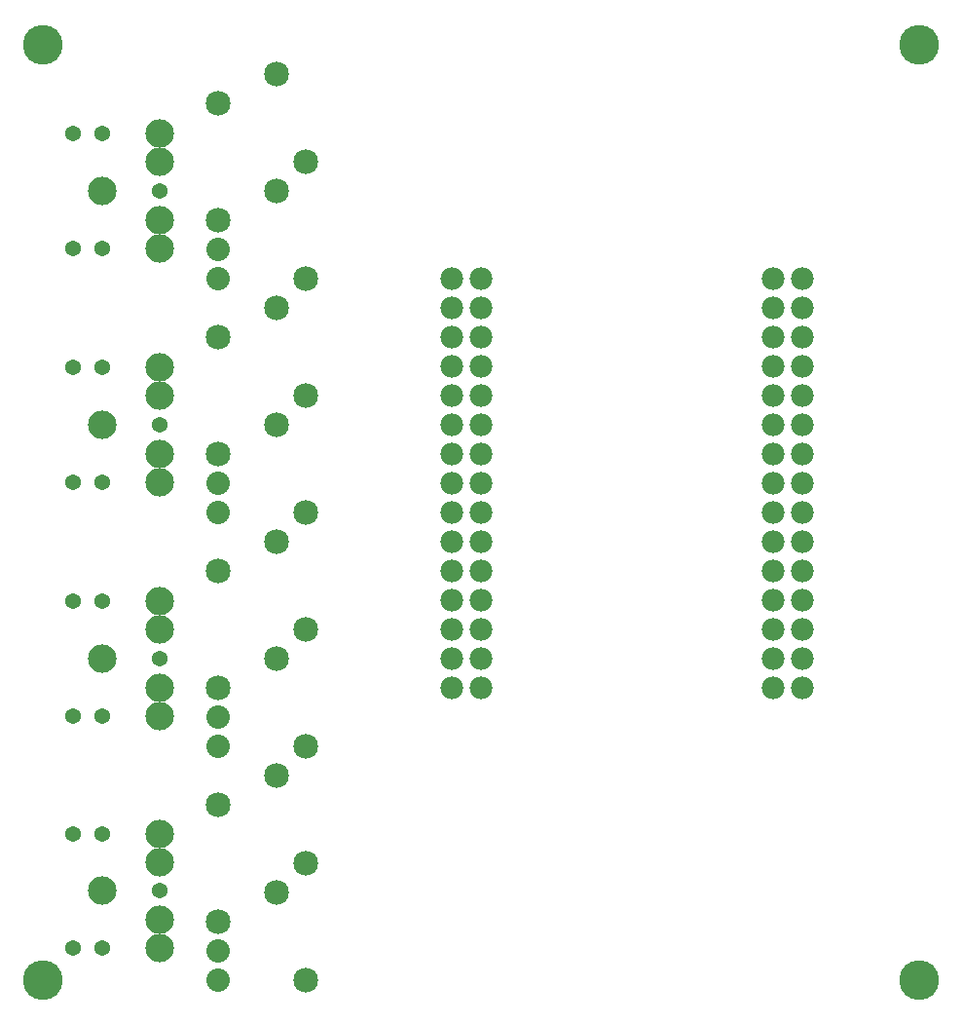
<source format=gbs>
G04 MADE WITH FRITZING*
G04 WWW.FRITZING.ORG*
G04 DOUBLE SIDED*
G04 HOLES PLATED*
G04 CONTOUR ON CENTER OF CONTOUR VECTOR*
%ASAXBY*%
%FSLAX23Y23*%
%MOIN*%
%OFA0B0*%
%SFA1.0B1.0*%
%ADD10C,0.135984*%
%ADD11C,0.097695*%
%ADD12C,0.097722*%
%ADD13C,0.054000*%
%ADD14C,0.080000*%
%ADD15C,0.085000*%
%ADD16C,0.077559*%
%LNMASK0*%
G90*
G70*
G54D10*
X3134Y3315D03*
X134Y3315D03*
G54D11*
X337Y2014D03*
G54D12*
X534Y2211D03*
X534Y2112D03*
G54D11*
X534Y1915D03*
G54D12*
X534Y1817D03*
G54D13*
X238Y2211D03*
X238Y1817D03*
X337Y1817D03*
X534Y2014D03*
X337Y2211D03*
G54D11*
X337Y1214D03*
G54D12*
X534Y1411D03*
X534Y1312D03*
G54D11*
X534Y1115D03*
G54D12*
X534Y1017D03*
G54D13*
X238Y1411D03*
X238Y1017D03*
X337Y1017D03*
X534Y1214D03*
X337Y1411D03*
G54D11*
X337Y2814D03*
G54D12*
X534Y3011D03*
X534Y2912D03*
G54D11*
X534Y2715D03*
G54D12*
X534Y2617D03*
G54D13*
X238Y3011D03*
X238Y2617D03*
X337Y2617D03*
X534Y2814D03*
X337Y3011D03*
G54D14*
X734Y1715D03*
X734Y1815D03*
X734Y915D03*
X734Y1015D03*
X734Y2515D03*
X734Y2615D03*
G54D15*
X734Y2315D03*
X734Y1915D03*
X734Y1515D03*
X734Y1115D03*
X734Y3115D03*
X734Y2715D03*
X934Y2415D03*
X934Y2015D03*
X934Y1615D03*
X934Y1215D03*
X934Y3215D03*
X934Y2815D03*
X1034Y1715D03*
X1034Y2115D03*
X1034Y915D03*
X1034Y1315D03*
X1034Y2515D03*
X1034Y2915D03*
G54D16*
X2634Y2515D03*
X2634Y2415D03*
X2634Y2315D03*
X2634Y2215D03*
X2634Y2115D03*
X2634Y2015D03*
X2634Y1915D03*
X2634Y1815D03*
X2634Y1715D03*
X2634Y1615D03*
X2634Y1515D03*
X2634Y1415D03*
X2634Y1315D03*
X2634Y1215D03*
X2634Y1115D03*
X1634Y2515D03*
X1634Y2415D03*
X1634Y2315D03*
X1634Y2215D03*
X1634Y2115D03*
X1634Y2015D03*
X1634Y1915D03*
X1634Y1815D03*
X1634Y1715D03*
X1634Y1615D03*
X1634Y1515D03*
X1634Y1415D03*
X1634Y1315D03*
X1634Y1215D03*
X1634Y1115D03*
X2734Y2515D03*
X2734Y2415D03*
X2734Y2315D03*
X2734Y2215D03*
X2734Y2115D03*
X2734Y2015D03*
X2734Y1915D03*
X2734Y1815D03*
X2734Y1715D03*
X2734Y1615D03*
X2734Y1515D03*
X2734Y1415D03*
X2734Y1315D03*
X2734Y1215D03*
X2734Y1115D03*
X1534Y2515D03*
X1534Y2415D03*
X1534Y2315D03*
X1534Y2215D03*
X1534Y2115D03*
X1534Y2015D03*
X1534Y1915D03*
X1534Y1815D03*
X1534Y1715D03*
X1534Y1615D03*
X1534Y1515D03*
X1534Y1415D03*
X1534Y1315D03*
X1534Y1215D03*
X1534Y1115D03*
G54D11*
X337Y419D03*
G54D12*
X534Y615D03*
X534Y517D03*
G54D11*
X534Y320D03*
G54D12*
X534Y222D03*
G54D13*
X238Y615D03*
X238Y222D03*
X337Y222D03*
X534Y419D03*
X337Y615D03*
G54D15*
X734Y715D03*
X734Y315D03*
G54D14*
X734Y115D03*
X734Y215D03*
G54D15*
X934Y815D03*
X934Y415D03*
X1034Y115D03*
X1034Y515D03*
G54D10*
X134Y115D03*
X3134Y115D03*
G04 End of Mask0*
M02*
</source>
